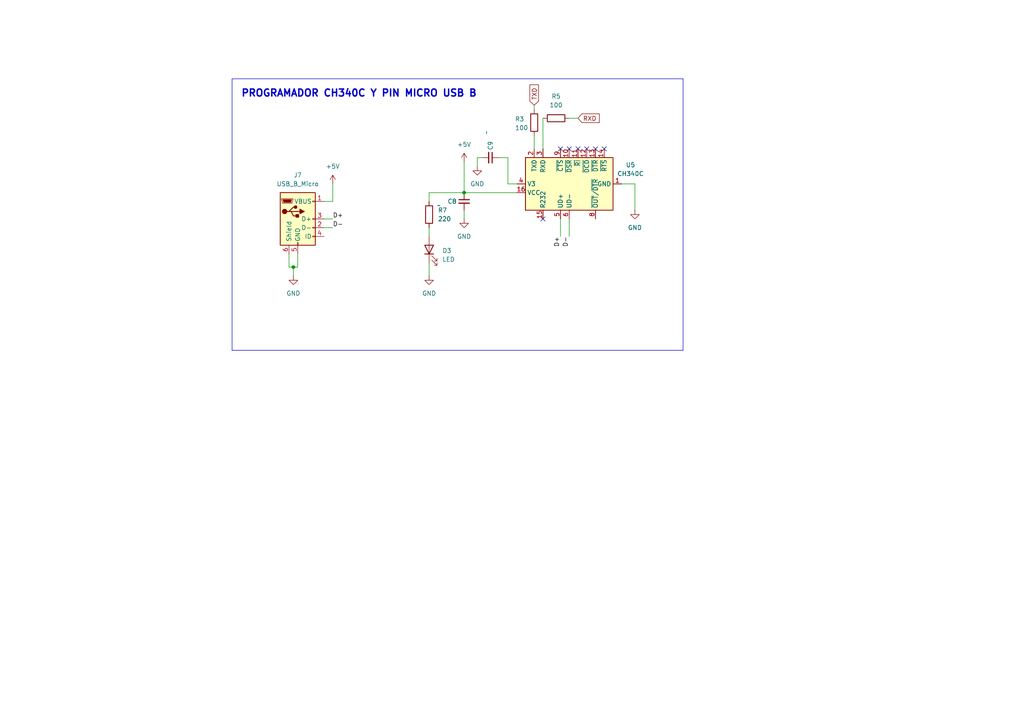
<source format=kicad_sch>
(kicad_sch
	(version 20231120)
	(generator "eeschema")
	(generator_version "8.0")
	(uuid "3c26ac9f-8ef2-43d9-99af-a898e1073b08")
	(paper "A4")
	(title_block
		(title "Progamador CH340C integrado ")
		(date "2024-09-08")
		(company "Space Angels")
	)
	(lib_symbols
		(symbol "Connector:USB_B_Micro"
			(pin_names
				(offset 1.016)
			)
			(exclude_from_sim no)
			(in_bom yes)
			(on_board yes)
			(property "Reference" "J"
				(at -5.08 11.43 0)
				(effects
					(font
						(size 1.27 1.27)
					)
					(justify left)
				)
			)
			(property "Value" "USB_B_Micro"
				(at -5.08 8.89 0)
				(effects
					(font
						(size 1.27 1.27)
					)
					(justify left)
				)
			)
			(property "Footprint" ""
				(at 3.81 -1.27 0)
				(effects
					(font
						(size 1.27 1.27)
					)
					(hide yes)
				)
			)
			(property "Datasheet" "~"
				(at 3.81 -1.27 0)
				(effects
					(font
						(size 1.27 1.27)
					)
					(hide yes)
				)
			)
			(property "Description" "USB Micro Type B connector"
				(at 0 0 0)
				(effects
					(font
						(size 1.27 1.27)
					)
					(hide yes)
				)
			)
			(property "ki_keywords" "connector USB micro"
				(at 0 0 0)
				(effects
					(font
						(size 1.27 1.27)
					)
					(hide yes)
				)
			)
			(property "ki_fp_filters" "USB*"
				(at 0 0 0)
				(effects
					(font
						(size 1.27 1.27)
					)
					(hide yes)
				)
			)
			(symbol "USB_B_Micro_0_1"
				(rectangle
					(start -5.08 -7.62)
					(end 5.08 7.62)
					(stroke
						(width 0.254)
						(type default)
					)
					(fill
						(type background)
					)
				)
				(circle
					(center -3.81 2.159)
					(radius 0.635)
					(stroke
						(width 0.254)
						(type default)
					)
					(fill
						(type outline)
					)
				)
				(circle
					(center -0.635 3.429)
					(radius 0.381)
					(stroke
						(width 0.254)
						(type default)
					)
					(fill
						(type outline)
					)
				)
				(rectangle
					(start -0.127 -7.62)
					(end 0.127 -6.858)
					(stroke
						(width 0)
						(type default)
					)
					(fill
						(type none)
					)
				)
				(polyline
					(pts
						(xy -1.905 2.159) (xy 0.635 2.159)
					)
					(stroke
						(width 0.254)
						(type default)
					)
					(fill
						(type none)
					)
				)
				(polyline
					(pts
						(xy -3.175 2.159) (xy -2.54 2.159) (xy -1.27 3.429) (xy -0.635 3.429)
					)
					(stroke
						(width 0.254)
						(type default)
					)
					(fill
						(type none)
					)
				)
				(polyline
					(pts
						(xy -2.54 2.159) (xy -1.905 2.159) (xy -1.27 0.889) (xy 0 0.889)
					)
					(stroke
						(width 0.254)
						(type default)
					)
					(fill
						(type none)
					)
				)
				(polyline
					(pts
						(xy 0.635 2.794) (xy 0.635 1.524) (xy 1.905 2.159) (xy 0.635 2.794)
					)
					(stroke
						(width 0.254)
						(type default)
					)
					(fill
						(type outline)
					)
				)
				(polyline
					(pts
						(xy -4.318 5.588) (xy -1.778 5.588) (xy -2.032 4.826) (xy -4.064 4.826) (xy -4.318 5.588)
					)
					(stroke
						(width 0)
						(type default)
					)
					(fill
						(type outline)
					)
				)
				(polyline
					(pts
						(xy -4.699 5.842) (xy -4.699 5.588) (xy -4.445 4.826) (xy -4.445 4.572) (xy -1.651 4.572) (xy -1.651 4.826)
						(xy -1.397 5.588) (xy -1.397 5.842) (xy -4.699 5.842)
					)
					(stroke
						(width 0)
						(type default)
					)
					(fill
						(type none)
					)
				)
				(rectangle
					(start 0.254 1.27)
					(end -0.508 0.508)
					(stroke
						(width 0.254)
						(type default)
					)
					(fill
						(type outline)
					)
				)
				(rectangle
					(start 5.08 -5.207)
					(end 4.318 -4.953)
					(stroke
						(width 0)
						(type default)
					)
					(fill
						(type none)
					)
				)
				(rectangle
					(start 5.08 -2.667)
					(end 4.318 -2.413)
					(stroke
						(width 0)
						(type default)
					)
					(fill
						(type none)
					)
				)
				(rectangle
					(start 5.08 -0.127)
					(end 4.318 0.127)
					(stroke
						(width 0)
						(type default)
					)
					(fill
						(type none)
					)
				)
				(rectangle
					(start 5.08 4.953)
					(end 4.318 5.207)
					(stroke
						(width 0)
						(type default)
					)
					(fill
						(type none)
					)
				)
			)
			(symbol "USB_B_Micro_1_1"
				(pin power_out line
					(at 7.62 5.08 180)
					(length 2.54)
					(name "VBUS"
						(effects
							(font
								(size 1.27 1.27)
							)
						)
					)
					(number "1"
						(effects
							(font
								(size 1.27 1.27)
							)
						)
					)
				)
				(pin bidirectional line
					(at 7.62 -2.54 180)
					(length 2.54)
					(name "D-"
						(effects
							(font
								(size 1.27 1.27)
							)
						)
					)
					(number "2"
						(effects
							(font
								(size 1.27 1.27)
							)
						)
					)
				)
				(pin bidirectional line
					(at 7.62 0 180)
					(length 2.54)
					(name "D+"
						(effects
							(font
								(size 1.27 1.27)
							)
						)
					)
					(number "3"
						(effects
							(font
								(size 1.27 1.27)
							)
						)
					)
				)
				(pin passive line
					(at 7.62 -5.08 180)
					(length 2.54)
					(name "ID"
						(effects
							(font
								(size 1.27 1.27)
							)
						)
					)
					(number "4"
						(effects
							(font
								(size 1.27 1.27)
							)
						)
					)
				)
				(pin power_out line
					(at 0 -10.16 90)
					(length 2.54)
					(name "GND"
						(effects
							(font
								(size 1.27 1.27)
							)
						)
					)
					(number "5"
						(effects
							(font
								(size 1.27 1.27)
							)
						)
					)
				)
				(pin passive line
					(at -2.54 -10.16 90)
					(length 2.54)
					(name "Shield"
						(effects
							(font
								(size 1.27 1.27)
							)
						)
					)
					(number "6"
						(effects
							(font
								(size 1.27 1.27)
							)
						)
					)
				)
			)
		)
		(symbol "Device:C_Small"
			(pin_numbers hide)
			(pin_names
				(offset 0.254) hide)
			(exclude_from_sim no)
			(in_bom yes)
			(on_board yes)
			(property "Reference" "C"
				(at 0.254 1.778 0)
				(effects
					(font
						(size 1.27 1.27)
					)
					(justify left)
				)
			)
			(property "Value" "C_Small"
				(at 0.254 -2.032 0)
				(effects
					(font
						(size 1.27 1.27)
					)
					(justify left)
				)
			)
			(property "Footprint" ""
				(at 0 0 0)
				(effects
					(font
						(size 1.27 1.27)
					)
					(hide yes)
				)
			)
			(property "Datasheet" "~"
				(at 0 0 0)
				(effects
					(font
						(size 1.27 1.27)
					)
					(hide yes)
				)
			)
			(property "Description" "Unpolarized capacitor, small symbol"
				(at 0 0 0)
				(effects
					(font
						(size 1.27 1.27)
					)
					(hide yes)
				)
			)
			(property "ki_keywords" "capacitor cap"
				(at 0 0 0)
				(effects
					(font
						(size 1.27 1.27)
					)
					(hide yes)
				)
			)
			(property "ki_fp_filters" "C_*"
				(at 0 0 0)
				(effects
					(font
						(size 1.27 1.27)
					)
					(hide yes)
				)
			)
			(symbol "C_Small_0_1"
				(polyline
					(pts
						(xy -1.524 -0.508) (xy 1.524 -0.508)
					)
					(stroke
						(width 0.3302)
						(type default)
					)
					(fill
						(type none)
					)
				)
				(polyline
					(pts
						(xy -1.524 0.508) (xy 1.524 0.508)
					)
					(stroke
						(width 0.3048)
						(type default)
					)
					(fill
						(type none)
					)
				)
			)
			(symbol "C_Small_1_1"
				(pin passive line
					(at 0 2.54 270)
					(length 2.032)
					(name "~"
						(effects
							(font
								(size 1.27 1.27)
							)
						)
					)
					(number "1"
						(effects
							(font
								(size 1.27 1.27)
							)
						)
					)
				)
				(pin passive line
					(at 0 -2.54 90)
					(length 2.032)
					(name "~"
						(effects
							(font
								(size 1.27 1.27)
							)
						)
					)
					(number "2"
						(effects
							(font
								(size 1.27 1.27)
							)
						)
					)
				)
			)
		)
		(symbol "Device:LED"
			(pin_numbers hide)
			(pin_names
				(offset 1.016) hide)
			(exclude_from_sim no)
			(in_bom yes)
			(on_board yes)
			(property "Reference" "D"
				(at 0 2.54 0)
				(effects
					(font
						(size 1.27 1.27)
					)
				)
			)
			(property "Value" "LED"
				(at 0 -2.54 0)
				(effects
					(font
						(size 1.27 1.27)
					)
				)
			)
			(property "Footprint" ""
				(at 0 0 0)
				(effects
					(font
						(size 1.27 1.27)
					)
					(hide yes)
				)
			)
			(property "Datasheet" "~"
				(at 0 0 0)
				(effects
					(font
						(size 1.27 1.27)
					)
					(hide yes)
				)
			)
			(property "Description" "Light emitting diode"
				(at 0 0 0)
				(effects
					(font
						(size 1.27 1.27)
					)
					(hide yes)
				)
			)
			(property "ki_keywords" "LED diode"
				(at 0 0 0)
				(effects
					(font
						(size 1.27 1.27)
					)
					(hide yes)
				)
			)
			(property "ki_fp_filters" "LED* LED_SMD:* LED_THT:*"
				(at 0 0 0)
				(effects
					(font
						(size 1.27 1.27)
					)
					(hide yes)
				)
			)
			(symbol "LED_0_1"
				(polyline
					(pts
						(xy -1.27 -1.27) (xy -1.27 1.27)
					)
					(stroke
						(width 0.254)
						(type default)
					)
					(fill
						(type none)
					)
				)
				(polyline
					(pts
						(xy -1.27 0) (xy 1.27 0)
					)
					(stroke
						(width 0)
						(type default)
					)
					(fill
						(type none)
					)
				)
				(polyline
					(pts
						(xy 1.27 -1.27) (xy 1.27 1.27) (xy -1.27 0) (xy 1.27 -1.27)
					)
					(stroke
						(width 0.254)
						(type default)
					)
					(fill
						(type none)
					)
				)
				(polyline
					(pts
						(xy -3.048 -0.762) (xy -4.572 -2.286) (xy -3.81 -2.286) (xy -4.572 -2.286) (xy -4.572 -1.524)
					)
					(stroke
						(width 0)
						(type default)
					)
					(fill
						(type none)
					)
				)
				(polyline
					(pts
						(xy -1.778 -0.762) (xy -3.302 -2.286) (xy -2.54 -2.286) (xy -3.302 -2.286) (xy -3.302 -1.524)
					)
					(stroke
						(width 0)
						(type default)
					)
					(fill
						(type none)
					)
				)
			)
			(symbol "LED_1_1"
				(pin passive line
					(at -3.81 0 0)
					(length 2.54)
					(name "K"
						(effects
							(font
								(size 1.27 1.27)
							)
						)
					)
					(number "1"
						(effects
							(font
								(size 1.27 1.27)
							)
						)
					)
				)
				(pin passive line
					(at 3.81 0 180)
					(length 2.54)
					(name "A"
						(effects
							(font
								(size 1.27 1.27)
							)
						)
					)
					(number "2"
						(effects
							(font
								(size 1.27 1.27)
							)
						)
					)
				)
			)
		)
		(symbol "Device:R"
			(pin_numbers hide)
			(pin_names
				(offset 0)
			)
			(exclude_from_sim no)
			(in_bom yes)
			(on_board yes)
			(property "Reference" "R"
				(at 2.032 0 90)
				(effects
					(font
						(size 1.27 1.27)
					)
				)
			)
			(property "Value" "R"
				(at 0 0 90)
				(effects
					(font
						(size 1.27 1.27)
					)
				)
			)
			(property "Footprint" ""
				(at -1.778 0 90)
				(effects
					(font
						(size 1.27 1.27)
					)
					(hide yes)
				)
			)
			(property "Datasheet" "~"
				(at 0 0 0)
				(effects
					(font
						(size 1.27 1.27)
					)
					(hide yes)
				)
			)
			(property "Description" "Resistor"
				(at 0 0 0)
				(effects
					(font
						(size 1.27 1.27)
					)
					(hide yes)
				)
			)
			(property "ki_keywords" "R res resistor"
				(at 0 0 0)
				(effects
					(font
						(size 1.27 1.27)
					)
					(hide yes)
				)
			)
			(property "ki_fp_filters" "R_*"
				(at 0 0 0)
				(effects
					(font
						(size 1.27 1.27)
					)
					(hide yes)
				)
			)
			(symbol "R_0_1"
				(rectangle
					(start -1.016 -2.54)
					(end 1.016 2.54)
					(stroke
						(width 0.254)
						(type default)
					)
					(fill
						(type none)
					)
				)
			)
			(symbol "R_1_1"
				(pin passive line
					(at 0 3.81 270)
					(length 1.27)
					(name "~"
						(effects
							(font
								(size 1.27 1.27)
							)
						)
					)
					(number "1"
						(effects
							(font
								(size 1.27 1.27)
							)
						)
					)
				)
				(pin passive line
					(at 0 -3.81 90)
					(length 1.27)
					(name "~"
						(effects
							(font
								(size 1.27 1.27)
							)
						)
					)
					(number "2"
						(effects
							(font
								(size 1.27 1.27)
							)
						)
					)
				)
			)
		)
		(symbol "GND_3"
			(power)
			(pin_numbers hide)
			(pin_names
				(offset 0) hide)
			(exclude_from_sim no)
			(in_bom yes)
			(on_board yes)
			(property "Reference" "#PWR"
				(at 0 -6.35 0)
				(effects
					(font
						(size 1.27 1.27)
					)
					(hide yes)
				)
			)
			(property "Value" "GND"
				(at 0 -3.81 0)
				(effects
					(font
						(size 1.27 1.27)
					)
				)
			)
			(property "Footprint" ""
				(at 0 0 0)
				(effects
					(font
						(size 1.27 1.27)
					)
					(hide yes)
				)
			)
			(property "Datasheet" ""
				(at 0 0 0)
				(effects
					(font
						(size 1.27 1.27)
					)
					(hide yes)
				)
			)
			(property "Description" "Power symbol creates a global label with name \"GND\" , ground"
				(at 0 0 0)
				(effects
					(font
						(size 1.27 1.27)
					)
					(hide yes)
				)
			)
			(property "ki_keywords" "global power"
				(at 0 0 0)
				(effects
					(font
						(size 1.27 1.27)
					)
					(hide yes)
				)
			)
			(symbol "GND_3_0_1"
				(polyline
					(pts
						(xy 0 0) (xy 0 -1.27) (xy 1.27 -1.27) (xy 0 -2.54) (xy -1.27 -1.27) (xy 0 -1.27)
					)
					(stroke
						(width 0)
						(type default)
					)
					(fill
						(type none)
					)
				)
			)
			(symbol "GND_3_1_1"
				(pin power_in line
					(at 0 0 270)
					(length 0)
					(name "~"
						(effects
							(font
								(size 1.27 1.27)
							)
						)
					)
					(number "1"
						(effects
							(font
								(size 1.27 1.27)
							)
						)
					)
				)
			)
		)
		(symbol "Interface_USB:CH340C"
			(exclude_from_sim no)
			(in_bom yes)
			(on_board yes)
			(property "Reference" "U"
				(at -5.08 13.97 0)
				(effects
					(font
						(size 1.27 1.27)
					)
					(justify right)
				)
			)
			(property "Value" "CH340C"
				(at 1.27 13.97 0)
				(effects
					(font
						(size 1.27 1.27)
					)
					(justify left)
				)
			)
			(property "Footprint" "Package_SO:SOIC-16_3.9x9.9mm_P1.27mm"
				(at 1.27 -13.97 0)
				(effects
					(font
						(size 1.27 1.27)
					)
					(justify left)
					(hide yes)
				)
			)
			(property "Datasheet" "https://datasheet.lcsc.com/szlcsc/Jiangsu-Qin-Heng-CH340C_C84681.pdf"
				(at -8.89 20.32 0)
				(effects
					(font
						(size 1.27 1.27)
					)
					(hide yes)
				)
			)
			(property "Description" "USB serial converter, UART, SOIC-16"
				(at 0 0 0)
				(effects
					(font
						(size 1.27 1.27)
					)
					(hide yes)
				)
			)
			(property "ki_keywords" "USB UART Serial Converter Interface"
				(at 0 0 0)
				(effects
					(font
						(size 1.27 1.27)
					)
					(hide yes)
				)
			)
			(property "ki_fp_filters" "SOIC*3.9x9.9mm*P1.27mm*"
				(at 0 0 0)
				(effects
					(font
						(size 1.27 1.27)
					)
					(hide yes)
				)
			)
			(symbol "CH340C_0_1"
				(rectangle
					(start -7.62 12.7)
					(end 7.62 -12.7)
					(stroke
						(width 0.254)
						(type default)
					)
					(fill
						(type background)
					)
				)
			)
			(symbol "CH340C_1_1"
				(pin power_in line
					(at 0 -15.24 90)
					(length 2.54)
					(name "GND"
						(effects
							(font
								(size 1.27 1.27)
							)
						)
					)
					(number "1"
						(effects
							(font
								(size 1.27 1.27)
							)
						)
					)
				)
				(pin input line
					(at 10.16 0 180)
					(length 2.54)
					(name "~{DSR}"
						(effects
							(font
								(size 1.27 1.27)
							)
						)
					)
					(number "10"
						(effects
							(font
								(size 1.27 1.27)
							)
						)
					)
				)
				(pin input line
					(at 10.16 -2.54 180)
					(length 2.54)
					(name "~{RI}"
						(effects
							(font
								(size 1.27 1.27)
							)
						)
					)
					(number "11"
						(effects
							(font
								(size 1.27 1.27)
							)
						)
					)
				)
				(pin input line
					(at 10.16 -5.08 180)
					(length 2.54)
					(name "~{DCD}"
						(effects
							(font
								(size 1.27 1.27)
							)
						)
					)
					(number "12"
						(effects
							(font
								(size 1.27 1.27)
							)
						)
					)
				)
				(pin output line
					(at 10.16 -7.62 180)
					(length 2.54)
					(name "~{DTR}"
						(effects
							(font
								(size 1.27 1.27)
							)
						)
					)
					(number "13"
						(effects
							(font
								(size 1.27 1.27)
							)
						)
					)
				)
				(pin output line
					(at 10.16 -10.16 180)
					(length 2.54)
					(name "~{RTS}"
						(effects
							(font
								(size 1.27 1.27)
							)
						)
					)
					(number "14"
						(effects
							(font
								(size 1.27 1.27)
							)
						)
					)
				)
				(pin input line
					(at -10.16 7.62 0)
					(length 2.54)
					(name "R232"
						(effects
							(font
								(size 1.27 1.27)
							)
						)
					)
					(number "15"
						(effects
							(font
								(size 1.27 1.27)
							)
						)
					)
				)
				(pin power_in line
					(at -2.54 15.24 270)
					(length 2.54)
					(name "VCC"
						(effects
							(font
								(size 1.27 1.27)
							)
						)
					)
					(number "16"
						(effects
							(font
								(size 1.27 1.27)
							)
						)
					)
				)
				(pin output line
					(at 10.16 10.16 180)
					(length 2.54)
					(name "TXD"
						(effects
							(font
								(size 1.27 1.27)
							)
						)
					)
					(number "2"
						(effects
							(font
								(size 1.27 1.27)
							)
						)
					)
				)
				(pin input line
					(at 10.16 7.62 180)
					(length 2.54)
					(name "RXD"
						(effects
							(font
								(size 1.27 1.27)
							)
						)
					)
					(number "3"
						(effects
							(font
								(size 1.27 1.27)
							)
						)
					)
				)
				(pin power_out line
					(at 0 15.24 270)
					(length 2.54)
					(name "V3"
						(effects
							(font
								(size 1.27 1.27)
							)
						)
					)
					(number "4"
						(effects
							(font
								(size 1.27 1.27)
							)
						)
					)
				)
				(pin bidirectional line
					(at -10.16 2.54 0)
					(length 2.54)
					(name "UD+"
						(effects
							(font
								(size 1.27 1.27)
							)
						)
					)
					(number "5"
						(effects
							(font
								(size 1.27 1.27)
							)
						)
					)
				)
				(pin bidirectional line
					(at -10.16 0 0)
					(length 2.54)
					(name "UD-"
						(effects
							(font
								(size 1.27 1.27)
							)
						)
					)
					(number "6"
						(effects
							(font
								(size 1.27 1.27)
							)
						)
					)
				)
				(pin no_connect line
					(at -7.62 -5.08 0)
					(length 2.54) hide
					(name "NC"
						(effects
							(font
								(size 1.27 1.27)
							)
						)
					)
					(number "7"
						(effects
							(font
								(size 1.27 1.27)
							)
						)
					)
				)
				(pin output line
					(at -10.16 -7.62 0)
					(length 2.54)
					(name "~{OUT}/~{DTR}"
						(effects
							(font
								(size 1.27 1.27)
							)
						)
					)
					(number "8"
						(effects
							(font
								(size 1.27 1.27)
							)
						)
					)
				)
				(pin input line
					(at 10.16 2.54 180)
					(length 2.54)
					(name "~{CTS}"
						(effects
							(font
								(size 1.27 1.27)
							)
						)
					)
					(number "9"
						(effects
							(font
								(size 1.27 1.27)
							)
						)
					)
				)
			)
		)
		(symbol "power:+5V"
			(power)
			(pin_numbers hide)
			(pin_names
				(offset 0) hide)
			(exclude_from_sim no)
			(in_bom yes)
			(on_board yes)
			(property "Reference" "#PWR"
				(at 0 -3.81 0)
				(effects
					(font
						(size 1.27 1.27)
					)
					(hide yes)
				)
			)
			(property "Value" "+5V"
				(at 0 3.556 0)
				(effects
					(font
						(size 1.27 1.27)
					)
				)
			)
			(property "Footprint" ""
				(at 0 0 0)
				(effects
					(font
						(size 1.27 1.27)
					)
					(hide yes)
				)
			)
			(property "Datasheet" ""
				(at 0 0 0)
				(effects
					(font
						(size 1.27 1.27)
					)
					(hide yes)
				)
			)
			(property "Description" "Power symbol creates a global label with name \"+5V\""
				(at 0 0 0)
				(effects
					(font
						(size 1.27 1.27)
					)
					(hide yes)
				)
			)
			(property "ki_keywords" "global power"
				(at 0 0 0)
				(effects
					(font
						(size 1.27 1.27)
					)
					(hide yes)
				)
			)
			(symbol "+5V_0_1"
				(polyline
					(pts
						(xy -0.762 1.27) (xy 0 2.54)
					)
					(stroke
						(width 0)
						(type default)
					)
					(fill
						(type none)
					)
				)
				(polyline
					(pts
						(xy 0 0) (xy 0 2.54)
					)
					(stroke
						(width 0)
						(type default)
					)
					(fill
						(type none)
					)
				)
				(polyline
					(pts
						(xy 0 2.54) (xy 0.762 1.27)
					)
					(stroke
						(width 0)
						(type default)
					)
					(fill
						(type none)
					)
				)
			)
			(symbol "+5V_1_1"
				(pin power_in line
					(at 0 0 90)
					(length 0)
					(name "~"
						(effects
							(font
								(size 1.27 1.27)
							)
						)
					)
					(number "1"
						(effects
							(font
								(size 1.27 1.27)
							)
						)
					)
				)
			)
		)
	)
	(junction
		(at 85.09 77.47)
		(diameter 0)
		(color 0 0 0 0)
		(uuid "c64e1f0b-b1fc-4ad2-9b48-b66f31429e1f")
	)
	(junction
		(at 134.62 55.88)
		(diameter 0)
		(color 0 0 0 0)
		(uuid "e5eaabab-10e7-4f77-98ee-200158def001")
	)
	(no_connect
		(at 167.64 43.18)
		(uuid "35c1e2df-e5a8-48ec-a105-dc4accd172a2")
	)
	(no_connect
		(at 162.56 43.18)
		(uuid "62a14de6-80eb-46b4-bd56-266d5805e21f")
	)
	(no_connect
		(at 175.26 43.18)
		(uuid "6b5ce397-20d3-4c1f-ba17-35b994916633")
	)
	(no_connect
		(at 170.18 43.18)
		(uuid "6dd931f4-07f6-4889-8730-a93f92053779")
	)
	(no_connect
		(at 157.48 63.5)
		(uuid "a7e66a65-28fa-41ad-a710-4dfdfc993f0c")
	)
	(no_connect
		(at 165.1 43.18)
		(uuid "d048a04e-abee-4100-adaa-8a162a6f7e9a")
	)
	(no_connect
		(at 172.72 43.18)
		(uuid "d2240a25-fa8b-4af2-9f5d-2bdd3ebc4ac4")
	)
	(wire
		(pts
			(xy 124.46 76.2) (xy 124.46 80.01)
		)
		(stroke
			(width 0)
			(type default)
		)
		(uuid "0266a658-b05b-43c8-ae72-e051e95e9170")
	)
	(wire
		(pts
			(xy 124.46 58.42) (xy 124.46 55.88)
		)
		(stroke
			(width 0)
			(type default)
		)
		(uuid "11fc5ab3-2532-411d-a0e1-4d2fc5dc5823")
	)
	(polyline
		(pts
			(xy 67.31 22.86) (xy 198.12 22.86)
		)
		(stroke
			(width 0)
			(type default)
		)
		(uuid "1fde78cc-d5df-4c5a-9054-dc94c0141abd")
	)
	(wire
		(pts
			(xy 83.82 73.66) (xy 83.82 77.47)
		)
		(stroke
			(width 0)
			(type default)
		)
		(uuid "27498e58-f910-4913-8fde-1fcc0fc4fb93")
	)
	(polyline
		(pts
			(xy 67.31 22.86) (xy 67.31 101.6)
		)
		(stroke
			(width 0)
			(type default)
		)
		(uuid "3f94e8ac-3b75-440f-aba9-c49b766361a3")
	)
	(wire
		(pts
			(xy 86.36 77.47) (xy 85.09 77.47)
		)
		(stroke
			(width 0)
			(type default)
		)
		(uuid "45ba655b-6eb4-4658-9522-4c6e5168f363")
	)
	(wire
		(pts
			(xy 154.94 30.48) (xy 154.94 31.75)
		)
		(stroke
			(width 0)
			(type default)
		)
		(uuid "61e75df0-ff2d-4542-85f8-b086ce23021a")
	)
	(wire
		(pts
			(xy 147.32 53.34) (xy 149.86 53.34)
		)
		(stroke
			(width 0)
			(type default)
		)
		(uuid "634cb581-c99c-4059-bdba-f258609cd606")
	)
	(wire
		(pts
			(xy 138.43 45.72) (xy 139.7 45.72)
		)
		(stroke
			(width 0)
			(type default)
		)
		(uuid "67501877-d7f1-47be-8e0c-33b0572ca732")
	)
	(wire
		(pts
			(xy 162.56 68.58) (xy 162.56 63.5)
		)
		(stroke
			(width 0)
			(type default)
		)
		(uuid "687c10f1-a4f8-4cbb-ac6d-ec67ae1013a4")
	)
	(wire
		(pts
			(xy 86.36 73.66) (xy 86.36 77.47)
		)
		(stroke
			(width 0)
			(type default)
		)
		(uuid "6b303081-3467-4e03-b45c-d4d566c30685")
	)
	(wire
		(pts
			(xy 157.48 34.29) (xy 157.48 43.18)
		)
		(stroke
			(width 0)
			(type default)
		)
		(uuid "6dccc11b-70b7-4045-b8f1-5754e5bd646c")
	)
	(polyline
		(pts
			(xy 67.31 101.6) (xy 198.12 101.6)
		)
		(stroke
			(width 0)
			(type default)
		)
		(uuid "837a1f8a-2c65-4f5e-98f1-bf0a52be9f5e")
	)
	(wire
		(pts
			(xy 184.15 60.96) (xy 184.15 53.34)
		)
		(stroke
			(width 0)
			(type default)
		)
		(uuid "838e6b9b-2d68-4beb-b01f-0d8f27dbb634")
	)
	(wire
		(pts
			(xy 165.1 68.58) (xy 165.1 63.5)
		)
		(stroke
			(width 0)
			(type default)
		)
		(uuid "849ad1bc-f90f-44e5-b230-97c42dbf71de")
	)
	(wire
		(pts
			(xy 83.82 77.47) (xy 85.09 77.47)
		)
		(stroke
			(width 0)
			(type default)
		)
		(uuid "8a3283fb-606d-40f6-ae5a-3b4d1c4353dc")
	)
	(wire
		(pts
			(xy 85.09 80.01) (xy 85.09 77.47)
		)
		(stroke
			(width 0)
			(type default)
		)
		(uuid "95d276b7-0930-48b5-a663-d2f93afb89d2")
	)
	(wire
		(pts
			(xy 144.78 45.72) (xy 147.32 45.72)
		)
		(stroke
			(width 0)
			(type default)
		)
		(uuid "a4977d80-0087-49ac-9459-7f44bd9b8776")
	)
	(wire
		(pts
			(xy 134.62 55.88) (xy 149.86 55.88)
		)
		(stroke
			(width 0)
			(type default)
		)
		(uuid "b8717f4b-45b3-407d-89f7-ff8f8cd41417")
	)
	(wire
		(pts
			(xy 147.32 45.72) (xy 147.32 53.34)
		)
		(stroke
			(width 0)
			(type default)
		)
		(uuid "bf763dc7-f00d-4ea8-92f8-76066743501c")
	)
	(wire
		(pts
			(xy 93.98 58.42) (xy 96.52 58.42)
		)
		(stroke
			(width 0)
			(type default)
		)
		(uuid "c397c278-4911-4201-a1b7-e50e32c08edc")
	)
	(wire
		(pts
			(xy 134.62 60.96) (xy 134.62 63.5)
		)
		(stroke
			(width 0)
			(type default)
		)
		(uuid "c3a14223-871f-429f-be75-6f9e3ecab1e6")
	)
	(wire
		(pts
			(xy 96.52 63.5) (xy 93.98 63.5)
		)
		(stroke
			(width 0)
			(type default)
		)
		(uuid "c3ac0743-c02f-47db-8a94-1f12a06717a7")
	)
	(polyline
		(pts
			(xy 198.12 101.6) (xy 198.12 22.86)
		)
		(stroke
			(width 0)
			(type default)
		)
		(uuid "c5c92cf0-bb0a-4b06-b62f-12fa2e5aea60")
	)
	(wire
		(pts
			(xy 96.52 58.42) (xy 96.52 53.34)
		)
		(stroke
			(width 0)
			(type default)
		)
		(uuid "d259c3ac-36d0-4e5a-922e-94dd8bff8aeb")
	)
	(wire
		(pts
			(xy 124.46 66.04) (xy 124.46 68.58)
		)
		(stroke
			(width 0)
			(type default)
		)
		(uuid "d8da3ce9-95a0-428d-8718-bd6108f0cad2")
	)
	(wire
		(pts
			(xy 96.52 66.04) (xy 93.98 66.04)
		)
		(stroke
			(width 0)
			(type default)
		)
		(uuid "d9253008-9109-4306-8234-e2340c149d94")
	)
	(wire
		(pts
			(xy 184.15 53.34) (xy 180.34 53.34)
		)
		(stroke
			(width 0)
			(type default)
		)
		(uuid "e65b5a78-2a21-43ab-bc88-e0bfba6abdd6")
	)
	(wire
		(pts
			(xy 134.62 46.99) (xy 134.62 55.88)
		)
		(stroke
			(width 0)
			(type default)
		)
		(uuid "e7cf6a27-ba21-40af-bed2-2b0eb5b4c8fe")
	)
	(wire
		(pts
			(xy 165.1 34.29) (xy 167.64 34.29)
		)
		(stroke
			(width 0)
			(type default)
		)
		(uuid "e82c7835-e073-4c1d-8871-0bc1641cb89a")
	)
	(wire
		(pts
			(xy 124.46 55.88) (xy 134.62 55.88)
		)
		(stroke
			(width 0)
			(type default)
		)
		(uuid "e96bfbfe-1d14-4e0e-a0b5-8c239c8be447")
	)
	(wire
		(pts
			(xy 154.94 39.37) (xy 154.94 43.18)
		)
		(stroke
			(width 0)
			(type default)
		)
		(uuid "f0d3b459-0e00-4bed-a34f-4e0291996f98")
	)
	(wire
		(pts
			(xy 138.43 48.26) (xy 138.43 45.72)
		)
		(stroke
			(width 0)
			(type default)
		)
		(uuid "fe41e80c-0fa0-4259-8c16-f514de77e64a")
	)
	(text "PROGRAMADOR CH340C Y PIN MICRO USB B"
		(exclude_from_sim no)
		(at 104.14 27.178 0)
		(effects
			(font
				(size 2.032 2.032)
				(bold yes)
			)
		)
		(uuid "f42d3b36-529e-4375-9248-88b40e52ea4c")
	)
	(label "D-"
		(at 96.52 66.04 0)
		(fields_autoplaced yes)
		(effects
			(font
				(size 1.27 1.27)
			)
			(justify left bottom)
		)
		(uuid "4c51425e-3024-4af1-b2db-32ae1ec4d588")
	)
	(label "D-"
		(at 165.1 68.58 270)
		(fields_autoplaced yes)
		(effects
			(font
				(size 1.27 1.27)
			)
			(justify right bottom)
		)
		(uuid "73f0b7e9-7324-4657-ba68-fd27b5a1b670")
	)
	(label "D+"
		(at 96.52 63.5 0)
		(fields_autoplaced yes)
		(effects
			(font
				(size 1.27 1.27)
			)
			(justify left bottom)
		)
		(uuid "8550f1aa-0bda-4655-b0cb-843822240154")
	)
	(label "D+"
		(at 162.56 68.58 270)
		(fields_autoplaced yes)
		(effects
			(font
				(size 1.27 1.27)
			)
			(justify right bottom)
		)
		(uuid "bd7736de-b2df-4212-bd1b-b84b6a136229")
	)
	(global_label "RXD"
		(shape input)
		(at 167.64 34.29 0)
		(fields_autoplaced yes)
		(effects
			(font
				(size 1.27 1.27)
			)
			(justify left)
		)
		(uuid "36b028b1-bf64-4756-b94e-8b8fb31dafe5")
		(property "Intersheetrefs" "${INTERSHEET_REFS}"
			(at 174.3747 34.29 0)
			(effects
				(font
					(size 1.27 1.27)
				)
				(justify left)
				(hide yes)
			)
		)
	)
	(global_label "TXD"
		(shape input)
		(at 154.94 30.48 90)
		(fields_autoplaced yes)
		(effects
			(font
				(size 1.27 1.27)
			)
			(justify left)
		)
		(uuid "a3918418-9954-48a0-b9bf-1ee8b7729c92")
		(property "Intersheetrefs" "${INTERSHEET_REFS}"
			(at 154.94 24.0477 90)
			(effects
				(font
					(size 1.27 1.27)
				)
				(justify left)
				(hide yes)
			)
		)
	)
	(symbol
		(lib_name "GND_3")
		(lib_id "power:GND")
		(at 85.09 80.01 0)
		(unit 1)
		(exclude_from_sim no)
		(in_bom yes)
		(on_board yes)
		(dnp no)
		(fields_autoplaced yes)
		(uuid "0c05eadf-dd39-4a92-9882-b33d4f216981")
		(property "Reference" "#PWR032"
			(at 85.09 86.36 0)
			(effects
				(font
					(size 1.27 1.27)
				)
				(hide yes)
			)
		)
		(property "Value" "GND"
			(at 85.09 85.09 0)
			(effects
				(font
					(size 1.27 1.27)
				)
			)
		)
		(property "Footprint" ""
			(at 85.09 80.01 0)
			(effects
				(font
					(size 1.27 1.27)
				)
				(hide yes)
			)
		)
		(property "Datasheet" ""
			(at 85.09 80.01 0)
			(effects
				(font
					(size 1.27 1.27)
				)
				(hide yes)
			)
		)
		(property "Description" "Power symbol creates a global label with name \"GND\" , ground"
			(at 85.09 80.01 0)
			(effects
				(font
					(size 1.27 1.27)
				)
				(hide yes)
			)
		)
		(pin "1"
			(uuid "7c9f16e7-ffff-421a-a893-9cde458203f2")
		)
		(instances
			(project "PCBTriatlonWAY"
				(path "/a99fd3cc-360c-45d8-99bf-48daceb83db2/0950815c-903c-4619-ab07-b41342fe63d7"
					(reference "#PWR032")
					(unit 1)
				)
			)
		)
	)
	(symbol
		(lib_name "GND_3")
		(lib_id "power:GND")
		(at 134.62 63.5 0)
		(unit 1)
		(exclude_from_sim no)
		(in_bom yes)
		(on_board yes)
		(dnp no)
		(fields_autoplaced yes)
		(uuid "218941ff-2c1e-40a8-aca6-fed08f942c09")
		(property "Reference" "#PWR037"
			(at 134.62 69.85 0)
			(effects
				(font
					(size 1.27 1.27)
				)
				(hide yes)
			)
		)
		(property "Value" "GND"
			(at 134.62 68.58 0)
			(effects
				(font
					(size 1.27 1.27)
				)
			)
		)
		(property "Footprint" ""
			(at 134.62 63.5 0)
			(effects
				(font
					(size 1.27 1.27)
				)
				(hide yes)
			)
		)
		(property "Datasheet" ""
			(at 134.62 63.5 0)
			(effects
				(font
					(size 1.27 1.27)
				)
				(hide yes)
			)
		)
		(property "Description" "Power symbol creates a global label with name \"GND\" , ground"
			(at 134.62 63.5 0)
			(effects
				(font
					(size 1.27 1.27)
				)
				(hide yes)
			)
		)
		(pin "1"
			(uuid "8095c00f-3b59-4e7a-aace-3383dabc3819")
		)
		(instances
			(project "PCBTriatlonWAY"
				(path "/a99fd3cc-360c-45d8-99bf-48daceb83db2/0950815c-903c-4619-ab07-b41342fe63d7"
					(reference "#PWR037")
					(unit 1)
				)
			)
		)
	)
	(symbol
		(lib_id "Connector:USB_B_Micro")
		(at 86.36 63.5 0)
		(unit 1)
		(exclude_from_sim no)
		(in_bom yes)
		(on_board yes)
		(dnp no)
		(fields_autoplaced yes)
		(uuid "239b4888-ff5f-4952-af65-5d28f57218a1")
		(property "Reference" "J7"
			(at 86.36 50.8 0)
			(effects
				(font
					(size 1.27 1.27)
				)
			)
		)
		(property "Value" "USB_B_Micro"
			(at 86.36 53.34 0)
			(effects
				(font
					(size 1.27 1.27)
				)
			)
		)
		(property "Footprint" "Connector_USB:USB_Micro-B_Molex-105017-0001"
			(at 90.17 64.77 0)
			(effects
				(font
					(size 1.27 1.27)
				)
				(hide yes)
			)
		)
		(property "Datasheet" "~"
			(at 90.17 64.77 0)
			(effects
				(font
					(size 1.27 1.27)
				)
				(hide yes)
			)
		)
		(property "Description" "USB Micro Type B connector"
			(at 86.36 63.5 0)
			(effects
				(font
					(size 1.27 1.27)
				)
				(hide yes)
			)
		)
		(pin "3"
			(uuid "d717ca25-9f49-44e0-85ce-8fdf00435930")
		)
		(pin "1"
			(uuid "8228dd9f-d0a2-4252-b54a-7be1c5b64e11")
		)
		(pin "2"
			(uuid "48c30a44-2fe4-4a68-82bd-d1b429a487ae")
		)
		(pin "4"
			(uuid "232e146f-c3c0-4554-8a79-b53f966dec44")
		)
		(pin "6"
			(uuid "b9eb6963-4b92-42cc-b211-2a06ad601f34")
		)
		(pin "5"
			(uuid "824fc010-ebb4-4160-a47c-1aee480a3518")
		)
		(instances
			(project "PCBTriatlonWAY"
				(path "/a99fd3cc-360c-45d8-99bf-48daceb83db2/0950815c-903c-4619-ab07-b41342fe63d7"
					(reference "J7")
					(unit 1)
				)
			)
		)
	)
	(symbol
		(lib_id "Interface_USB:CH340C")
		(at 165.1 53.34 90)
		(unit 1)
		(exclude_from_sim no)
		(in_bom yes)
		(on_board yes)
		(dnp no)
		(fields_autoplaced yes)
		(uuid "5046a89f-98d8-4363-bddf-a61d1f36e0e2")
		(property "Reference" "U5"
			(at 182.88 47.8438 90)
			(effects
				(font
					(size 1.27 1.27)
				)
			)
		)
		(property "Value" "CH340C"
			(at 182.88 50.3838 90)
			(effects
				(font
					(size 1.27 1.27)
				)
			)
		)
		(property "Footprint" "Package_SO:SOIC-16_3.9x9.9mm_P1.27mm"
			(at 179.07 52.07 0)
			(effects
				(font
					(size 1.27 1.27)
				)
				(justify left)
				(hide yes)
			)
		)
		(property "Datasheet" "https://datasheet.lcsc.com/szlcsc/Jiangsu-Qin-Heng-CH340C_C84681.pdf"
			(at 144.78 62.23 0)
			(effects
				(font
					(size 1.27 1.27)
				)
				(hide yes)
			)
		)
		(property "Description" "USB serial converter, UART, SOIC-16"
			(at 165.1 53.34 0)
			(effects
				(font
					(size 1.27 1.27)
				)
				(hide yes)
			)
		)
		(pin "5"
			(uuid "c6ad1323-5cfa-49cf-93b1-d14d2afacacc")
		)
		(pin "1"
			(uuid "b381ba6a-b779-4eb4-b2b5-f2ba0b172b78")
		)
		(pin "12"
			(uuid "fe7515e1-250d-4bf1-b008-51351be0292f")
		)
		(pin "2"
			(uuid "76c9a29a-eeee-4e3f-8303-151b4e602c2a")
		)
		(pin "16"
			(uuid "dcce8df0-59da-4883-81aa-46425fe9963a")
		)
		(pin "7"
			(uuid "fc08d022-f5e5-4c40-8f78-d29d673c064b")
		)
		(pin "4"
			(uuid "e87ed46a-f0e2-4ecd-9997-230ed285c063")
		)
		(pin "15"
			(uuid "c32aa736-86e4-4b67-9172-b21b008482e3")
		)
		(pin "11"
			(uuid "033e31b8-d499-421c-aea5-baf65a7560be")
		)
		(pin "10"
			(uuid "4d8712d8-97e5-40ba-ac6d-f3386f98ce2c")
		)
		(pin "13"
			(uuid "3c200691-f9fb-4453-8df0-aabab163530e")
		)
		(pin "9"
			(uuid "42a02903-eefd-4241-8f85-7a4e9cf708b2")
		)
		(pin "3"
			(uuid "0d2a0274-3d7f-4049-a42e-dc4c3d1f5146")
		)
		(pin "14"
			(uuid "80e6b75a-dcff-4e44-8030-bb1d4ffad7df")
		)
		(pin "6"
			(uuid "04c12575-e4e5-4f38-ad03-d45b375f6c9f")
		)
		(pin "8"
			(uuid "59c0e390-4fa3-49ac-a410-ea8f202e5aa4")
		)
		(instances
			(project "PCBTriatlonWAY"
				(path "/a99fd3cc-360c-45d8-99bf-48daceb83db2/0950815c-903c-4619-ab07-b41342fe63d7"
					(reference "U5")
					(unit 1)
				)
			)
		)
	)
	(symbol
		(lib_name "GND_3")
		(lib_id "power:GND")
		(at 184.15 60.96 0)
		(unit 1)
		(exclude_from_sim no)
		(in_bom yes)
		(on_board yes)
		(dnp no)
		(fields_autoplaced yes)
		(uuid "6a65490e-4e2b-4439-9455-dbc2219af1e8")
		(property "Reference" "#PWR034"
			(at 184.15 67.31 0)
			(effects
				(font
					(size 1.27 1.27)
				)
				(hide yes)
			)
		)
		(property "Value" "GND"
			(at 184.15 66.04 0)
			(effects
				(font
					(size 1.27 1.27)
				)
			)
		)
		(property "Footprint" ""
			(at 184.15 60.96 0)
			(effects
				(font
					(size 1.27 1.27)
				)
				(hide yes)
			)
		)
		(property "Datasheet" ""
			(at 184.15 60.96 0)
			(effects
				(font
					(size 1.27 1.27)
				)
				(hide yes)
			)
		)
		(property "Description" "Power symbol creates a global label with name \"GND\" , ground"
			(at 184.15 60.96 0)
			(effects
				(font
					(size 1.27 1.27)
				)
				(hide yes)
			)
		)
		(pin "1"
			(uuid "809b8c70-8f20-4a96-accf-3c5c2c7114ef")
		)
		(instances
			(project "PCBTriatlonWAY"
				(path "/a99fd3cc-360c-45d8-99bf-48daceb83db2/0950815c-903c-4619-ab07-b41342fe63d7"
					(reference "#PWR034")
					(unit 1)
				)
			)
		)
	)
	(symbol
		(lib_id "power:+5V")
		(at 134.62 46.99 0)
		(unit 1)
		(exclude_from_sim no)
		(in_bom yes)
		(on_board yes)
		(dnp no)
		(fields_autoplaced yes)
		(uuid "77085ed1-543a-48b2-a09c-9bef4643050c")
		(property "Reference" "#PWR036"
			(at 134.62 50.8 0)
			(effects
				(font
					(size 1.27 1.27)
				)
				(hide yes)
			)
		)
		(property "Value" "+5V"
			(at 134.62 41.91 0)
			(effects
				(font
					(size 1.27 1.27)
				)
			)
		)
		(property "Footprint" ""
			(at 134.62 46.99 0)
			(effects
				(font
					(size 1.27 1.27)
				)
				(hide yes)
			)
		)
		(property "Datasheet" ""
			(at 134.62 46.99 0)
			(effects
				(font
					(size 1.27 1.27)
				)
				(hide yes)
			)
		)
		(property "Description" "Power symbol creates a global label with name \"+5V\""
			(at 134.62 46.99 0)
			(effects
				(font
					(size 1.27 1.27)
				)
				(hide yes)
			)
		)
		(pin "1"
			(uuid "33fe4ddb-4d6b-48f1-8e50-818eea177ad7")
		)
		(instances
			(project "PCBTriatlonWAY"
				(path "/a99fd3cc-360c-45d8-99bf-48daceb83db2/0950815c-903c-4619-ab07-b41342fe63d7"
					(reference "#PWR036")
					(unit 1)
				)
			)
		)
	)
	(symbol
		(lib_id "Device:R")
		(at 161.29 34.29 90)
		(unit 1)
		(exclude_from_sim no)
		(in_bom yes)
		(on_board yes)
		(dnp no)
		(fields_autoplaced yes)
		(uuid "77d2603b-5ad0-4e78-8322-9f9410fb8c6f")
		(property "Reference" "R5"
			(at 161.29 27.94 90)
			(effects
				(font
					(size 1.27 1.27)
				)
			)
		)
		(property "Value" "100"
			(at 161.29 30.48 90)
			(effects
				(font
					(size 1.27 1.27)
				)
			)
		)
		(property "Footprint" "Resistor_SMD:R_0805_2012Metric_Pad1.20x1.40mm_HandSolder"
			(at 161.29 36.068 90)
			(effects
				(font
					(size 1.27 1.27)
				)
				(hide yes)
			)
		)
		(property "Datasheet" "~"
			(at 161.29 34.29 0)
			(effects
				(font
					(size 1.27 1.27)
				)
				(hide yes)
			)
		)
		(property "Description" "Resistor"
			(at 161.29 34.29 0)
			(effects
				(font
					(size 1.27 1.27)
				)
				(hide yes)
			)
		)
		(pin "1"
			(uuid "ecb157c1-8e75-4752-a855-4e0cba3ace90")
		)
		(pin "2"
			(uuid "3d3a548f-2876-4366-bc29-5257d7bea4d9")
		)
		(instances
			(project "PCBTriatlonWAY"
				(path "/a99fd3cc-360c-45d8-99bf-48daceb83db2/0950815c-903c-4619-ab07-b41342fe63d7"
					(reference "R5")
					(unit 1)
				)
			)
		)
	)
	(symbol
		(lib_id "Device:C_Small")
		(at 134.62 58.42 0)
		(unit 1)
		(exclude_from_sim no)
		(in_bom yes)
		(on_board yes)
		(dnp no)
		(uuid "84e98755-f03a-4458-a163-3510599b6ba6")
		(property "Reference" "C8"
			(at 129.794 58.42 0)
			(effects
				(font
					(size 1.27 1.27)
				)
				(justify left)
			)
		)
		(property "Value" "~"
			(at 126.746 59.579 0)
			(effects
				(font
					(size 1.27 1.27)
				)
				(justify left)
			)
		)
		(property "Footprint" "Capacitor_SMD:C_0805_2012Metric_Pad1.18x1.45mm_HandSolder"
			(at 134.62 58.42 0)
			(effects
				(font
					(size 1.27 1.27)
				)
				(hide yes)
			)
		)
		(property "Datasheet" "~"
			(at 134.62 58.42 0)
			(effects
				(font
					(size 1.27 1.27)
				)
				(hide yes)
			)
		)
		(property "Description" ""
			(at 134.62 58.42 0)
			(effects
				(font
					(size 1.27 1.27)
				)
				(hide yes)
			)
		)
		(pin "1"
			(uuid "2f7bae90-3e14-416e-a8a9-25123d20a6bd")
		)
		(pin "2"
			(uuid "79e91924-6433-4fbf-b6dd-4b018ba8b07f")
		)
		(instances
			(project "PCBTriatlonWAY"
				(path "/a99fd3cc-360c-45d8-99bf-48daceb83db2/0950815c-903c-4619-ab07-b41342fe63d7"
					(reference "C8")
					(unit 1)
				)
			)
		)
	)
	(symbol
		(lib_id "Device:R")
		(at 124.46 62.23 180)
		(unit 1)
		(exclude_from_sim no)
		(in_bom yes)
		(on_board yes)
		(dnp no)
		(fields_autoplaced yes)
		(uuid "91984d2b-d899-4450-9227-182d088516ee")
		(property "Reference" "R7"
			(at 127 60.9599 0)
			(effects
				(font
					(size 1.27 1.27)
				)
				(justify right)
			)
		)
		(property "Value" "220"
			(at 127 63.4999 0)
			(effects
				(font
					(size 1.27 1.27)
				)
				(justify right)
			)
		)
		(property "Footprint" "Resistor_SMD:R_0805_2012Metric_Pad1.20x1.40mm_HandSolder"
			(at 126.238 62.23 90)
			(effects
				(font
					(size 1.27 1.27)
				)
				(hide yes)
			)
		)
		(property "Datasheet" "~"
			(at 124.46 62.23 0)
			(effects
				(font
					(size 1.27 1.27)
				)
				(hide yes)
			)
		)
		(property "Description" "Resistor"
			(at 124.46 62.23 0)
			(effects
				(font
					(size 1.27 1.27)
				)
				(hide yes)
			)
		)
		(pin "1"
			(uuid "addfc975-ec68-49ac-9b31-59965951ab24")
		)
		(pin "2"
			(uuid "47d02e57-88a0-468a-b3a0-eda0b524e58b")
		)
		(instances
			(project "PCBTriatlonWAY"
				(path "/a99fd3cc-360c-45d8-99bf-48daceb83db2/0950815c-903c-4619-ab07-b41342fe63d7"
					(reference "R7")
					(unit 1)
				)
			)
		)
	)
	(symbol
		(lib_id "Device:R")
		(at 154.94 35.56 0)
		(unit 1)
		(exclude_from_sim no)
		(in_bom yes)
		(on_board yes)
		(dnp no)
		(uuid "951eb404-1a4e-44a2-a165-8fcbeaae86a7")
		(property "Reference" "R3"
			(at 149.352 34.544 0)
			(effects
				(font
					(size 1.27 1.27)
				)
				(justify left)
			)
		)
		(property "Value" "100"
			(at 149.352 37.084 0)
			(effects
				(font
					(size 1.27 1.27)
				)
				(justify left)
			)
		)
		(property "Footprint" "Resistor_SMD:R_0805_2012Metric_Pad1.20x1.40mm_HandSolder"
			(at 153.162 35.56 90)
			(effects
				(font
					(size 1.27 1.27)
				)
				(hide yes)
			)
		)
		(property "Datasheet" "~"
			(at 154.94 35.56 0)
			(effects
				(font
					(size 1.27 1.27)
				)
				(hide yes)
			)
		)
		(property "Description" "Resistor"
			(at 154.94 35.56 0)
			(effects
				(font
					(size 1.27 1.27)
				)
				(hide yes)
			)
		)
		(pin "1"
			(uuid "0a02dbb5-b4fb-42d9-b5d2-be8c3fd9924a")
		)
		(pin "2"
			(uuid "4affdd16-14d4-4a0c-b1eb-00f50376670f")
		)
		(instances
			(project "PCBTriatlonWAY"
				(path "/a99fd3cc-360c-45d8-99bf-48daceb83db2/0950815c-903c-4619-ab07-b41342fe63d7"
					(reference "R3")
					(unit 1)
				)
			)
		)
	)
	(symbol
		(lib_id "Device:LED")
		(at 124.46 72.39 90)
		(unit 1)
		(exclude_from_sim no)
		(in_bom yes)
		(on_board yes)
		(dnp no)
		(fields_autoplaced yes)
		(uuid "a0290c1c-4804-4e31-9793-64506cad3d79")
		(property "Reference" "D3"
			(at 128.27 72.7074 90)
			(effects
				(font
					(size 1.27 1.27)
				)
				(justify right)
			)
		)
		(property "Value" "LED"
			(at 128.27 75.2474 90)
			(effects
				(font
					(size 1.27 1.27)
				)
				(justify right)
			)
		)
		(property "Footprint" "LED_SMD:LED_0805_2012Metric_Pad1.15x1.40mm_HandSolder"
			(at 124.46 72.39 0)
			(effects
				(font
					(size 1.27 1.27)
				)
				(hide yes)
			)
		)
		(property "Datasheet" "~"
			(at 124.46 72.39 0)
			(effects
				(font
					(size 1.27 1.27)
				)
				(hide yes)
			)
		)
		(property "Description" "Light emitting diode"
			(at 124.46 72.39 0)
			(effects
				(font
					(size 1.27 1.27)
				)
				(hide yes)
			)
		)
		(pin "2"
			(uuid "ebe515b8-5a90-4c66-be4c-8d298ea80d34")
		)
		(pin "1"
			(uuid "be393a76-b076-467f-80ce-cce09fdf0f49")
		)
		(instances
			(project "PCBTriatlonWAY"
				(path "/a99fd3cc-360c-45d8-99bf-48daceb83db2/0950815c-903c-4619-ab07-b41342fe63d7"
					(reference "D3")
					(unit 1)
				)
			)
		)
	)
	(symbol
		(lib_id "power:+5V")
		(at 96.52 53.34 0)
		(unit 1)
		(exclude_from_sim no)
		(in_bom yes)
		(on_board yes)
		(dnp no)
		(fields_autoplaced yes)
		(uuid "c32803a6-5260-4d14-9085-493426ed7740")
		(property "Reference" "#PWR09"
			(at 96.52 57.15 0)
			(effects
				(font
					(size 1.27 1.27)
				)
				(hide yes)
			)
		)
		(property "Value" "+5V"
			(at 96.52 48.26 0)
			(effects
				(font
					(size 1.27 1.27)
				)
			)
		)
		(property "Footprint" ""
			(at 96.52 53.34 0)
			(effects
				(font
					(size 1.27 1.27)
				)
				(hide yes)
			)
		)
		(property "Datasheet" ""
			(at 96.52 53.34 0)
			(effects
				(font
					(size 1.27 1.27)
				)
				(hide yes)
			)
		)
		(property "Description" "Power symbol creates a global label with name \"+5V\""
			(at 96.52 53.34 0)
			(effects
				(font
					(size 1.27 1.27)
				)
				(hide yes)
			)
		)
		(pin "1"
			(uuid "250a6d67-76a2-418b-8e36-3315f99f9be7")
		)
		(instances
			(project "PCBTriatlonWAY"
				(path "/a99fd3cc-360c-45d8-99bf-48daceb83db2/0950815c-903c-4619-ab07-b41342fe63d7"
					(reference "#PWR09")
					(unit 1)
				)
			)
		)
	)
	(symbol
		(lib_name "GND_3")
		(lib_id "power:GND")
		(at 138.43 48.26 0)
		(unit 1)
		(exclude_from_sim no)
		(in_bom yes)
		(on_board yes)
		(dnp no)
		(fields_autoplaced yes)
		(uuid "c7d97222-88ce-4ab2-9881-2902afc9600f")
		(property "Reference" "#PWR039"
			(at 138.43 54.61 0)
			(effects
				(font
					(size 1.27 1.27)
				)
				(hide yes)
			)
		)
		(property "Value" "GND"
			(at 138.43 53.34 0)
			(effects
				(font
					(size 1.27 1.27)
				)
			)
		)
		(property "Footprint" ""
			(at 138.43 48.26 0)
			(effects
				(font
					(size 1.27 1.27)
				)
				(hide yes)
			)
		)
		(property "Datasheet" ""
			(at 138.43 48.26 0)
			(effects
				(font
					(size 1.27 1.27)
				)
				(hide yes)
			)
		)
		(property "Description" "Power symbol creates a global label with name \"GND\" , ground"
			(at 138.43 48.26 0)
			(effects
				(font
					(size 1.27 1.27)
				)
				(hide yes)
			)
		)
		(pin "1"
			(uuid "9f7baf23-ef2d-47bc-832e-ed2f39ac4580")
		)
		(instances
			(project "PCBTriatlonWAY"
				(path "/a99fd3cc-360c-45d8-99bf-48daceb83db2/0950815c-903c-4619-ab07-b41342fe63d7"
					(reference "#PWR039")
					(unit 1)
				)
			)
		)
	)
	(symbol
		(lib_id "Device:C_Small")
		(at 142.24 45.72 270)
		(unit 1)
		(exclude_from_sim no)
		(in_bom yes)
		(on_board yes)
		(dnp no)
		(uuid "edbcfea5-acb4-4eda-ae11-f2e509ffe7f7")
		(property "Reference" "C9"
			(at 142.24 40.894 0)
			(effects
				(font
					(size 1.27 1.27)
				)
				(justify left)
			)
		)
		(property "Value" "~"
			(at 141.081 37.846 0)
			(effects
				(font
					(size 1.27 1.27)
				)
				(justify left)
			)
		)
		(property "Footprint" "Capacitor_SMD:C_0805_2012Metric_Pad1.18x1.45mm_HandSolder"
			(at 142.24 45.72 0)
			(effects
				(font
					(size 1.27 1.27)
				)
				(hide yes)
			)
		)
		(property "Datasheet" "~"
			(at 142.24 45.72 0)
			(effects
				(font
					(size 1.27 1.27)
				)
				(hide yes)
			)
		)
		(property "Description" ""
			(at 142.24 45.72 0)
			(effects
				(font
					(size 1.27 1.27)
				)
				(hide yes)
			)
		)
		(pin "1"
			(uuid "938a652e-8700-4b5a-af93-c08a43ebc936")
		)
		(pin "2"
			(uuid "df65b269-6e1d-4286-b387-fa41d085d3e5")
		)
		(instances
			(project "PCBTriatlonWAY"
				(path "/a99fd3cc-360c-45d8-99bf-48daceb83db2/0950815c-903c-4619-ab07-b41342fe63d7"
					(reference "C9")
					(unit 1)
				)
			)
		)
	)
	(symbol
		(lib_name "GND_3")
		(lib_id "power:GND")
		(at 124.46 80.01 0)
		(unit 1)
		(exclude_from_sim no)
		(in_bom yes)
		(on_board yes)
		(dnp no)
		(fields_autoplaced yes)
		(uuid "f1b29af2-e0a6-40c3-b5fa-65e2a0b77b7f")
		(property "Reference" "#PWR035"
			(at 124.46 86.36 0)
			(effects
				(font
					(size 1.27 1.27)
				)
				(hide yes)
			)
		)
		(property "Value" "GND"
			(at 124.46 85.09 0)
			(effects
				(font
					(size 1.27 1.27)
				)
			)
		)
		(property "Footprint" ""
			(at 124.46 80.01 0)
			(effects
				(font
					(size 1.27 1.27)
				)
				(hide yes)
			)
		)
		(property "Datasheet" ""
			(at 124.46 80.01 0)
			(effects
				(font
					(size 1.27 1.27)
				)
				(hide yes)
			)
		)
		(property "Description" "Power symbol creates a global label with name \"GND\" , ground"
			(at 124.46 80.01 0)
			(effects
				(font
					(size 1.27 1.27)
				)
				(hide yes)
			)
		)
		(pin "1"
			(uuid "c83e43f0-469a-412e-871b-5d5a460f0ad5")
		)
		(instances
			(project "PCBTriatlonWAY"
				(path "/a99fd3cc-360c-45d8-99bf-48daceb83db2/0950815c-903c-4619-ab07-b41342fe63d7"
					(reference "#PWR035")
					(unit 1)
				)
			)
		)
	)
)
</source>
